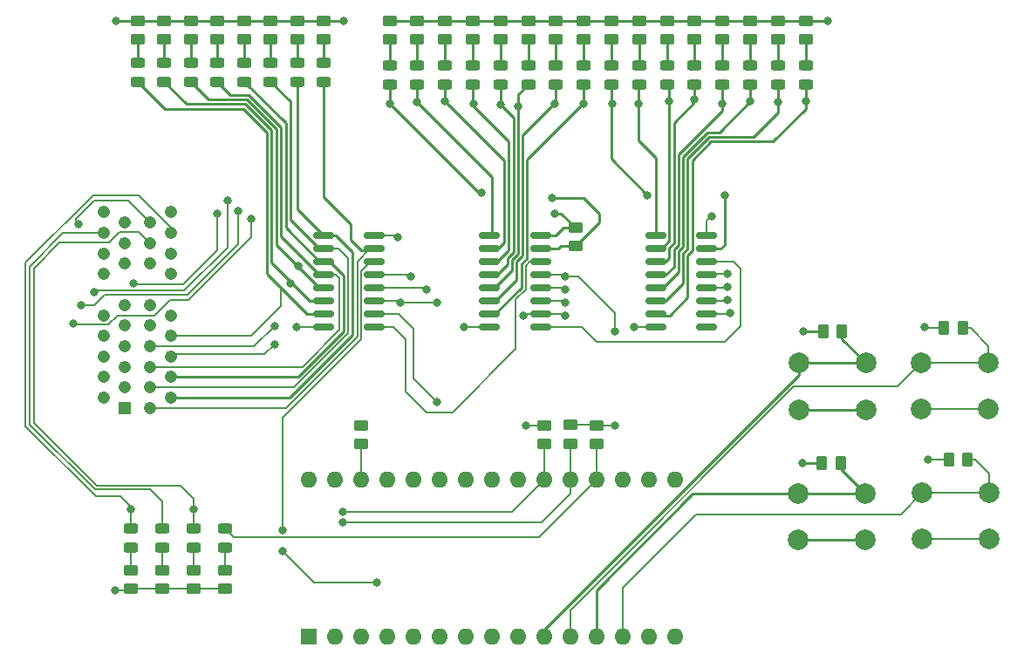
<source format=gbr>
%TF.GenerationSoftware,KiCad,Pcbnew,(6.0.0-0)*%
%TF.CreationDate,2022-01-13T01:42:19-05:00*%
%TF.ProjectId,ROM-Cartridge-programmer,524f4d2d-4361-4727-9472-696467652d70,rev?*%
%TF.SameCoordinates,Original*%
%TF.FileFunction,Copper,L1,Top*%
%TF.FilePolarity,Positive*%
%FSLAX46Y46*%
G04 Gerber Fmt 4.6, Leading zero omitted, Abs format (unit mm)*
G04 Created by KiCad (PCBNEW (6.0.0-0)) date 2022-01-13 01:42:19*
%MOMM*%
%LPD*%
G01*
G04 APERTURE LIST*
G04 Aperture macros list*
%AMRoundRect*
0 Rectangle with rounded corners*
0 $1 Rounding radius*
0 $2 $3 $4 $5 $6 $7 $8 $9 X,Y pos of 4 corners*
0 Add a 4 corners polygon primitive as box body*
4,1,4,$2,$3,$4,$5,$6,$7,$8,$9,$2,$3,0*
0 Add four circle primitives for the rounded corners*
1,1,$1+$1,$2,$3*
1,1,$1+$1,$4,$5*
1,1,$1+$1,$6,$7*
1,1,$1+$1,$8,$9*
0 Add four rect primitives between the rounded corners*
20,1,$1+$1,$2,$3,$4,$5,0*
20,1,$1+$1,$4,$5,$6,$7,0*
20,1,$1+$1,$6,$7,$8,$9,0*
20,1,$1+$1,$8,$9,$2,$3,0*%
G04 Aperture macros list end*
%TA.AperFunction,SMDPad,CuDef*%
%ADD10RoundRect,0.250000X0.450000X-0.262500X0.450000X0.262500X-0.450000X0.262500X-0.450000X-0.262500X0*%
%TD*%
%TA.AperFunction,SMDPad,CuDef*%
%ADD11RoundRect,0.243750X-0.456250X0.243750X-0.456250X-0.243750X0.456250X-0.243750X0.456250X0.243750X0*%
%TD*%
%TA.AperFunction,SMDPad,CuDef*%
%ADD12RoundRect,0.250000X-0.450000X0.262500X-0.450000X-0.262500X0.450000X-0.262500X0.450000X0.262500X0*%
%TD*%
%TA.AperFunction,SMDPad,CuDef*%
%ADD13RoundRect,0.150000X-0.825000X-0.150000X0.825000X-0.150000X0.825000X0.150000X-0.825000X0.150000X0*%
%TD*%
%TA.AperFunction,ComponentPad*%
%ADD14C,2.000000*%
%TD*%
%TA.AperFunction,SMDPad,CuDef*%
%ADD15RoundRect,0.250000X-0.262500X-0.450000X0.262500X-0.450000X0.262500X0.450000X-0.262500X0.450000X0*%
%TD*%
%TA.AperFunction,ComponentPad*%
%ADD16R,1.600000X1.600000*%
%TD*%
%TA.AperFunction,ComponentPad*%
%ADD17O,1.600000X1.600000*%
%TD*%
%TA.AperFunction,SMDPad,CuDef*%
%ADD18RoundRect,0.243750X0.456250X-0.243750X0.456250X0.243750X-0.456250X0.243750X-0.456250X-0.243750X0*%
%TD*%
%TA.AperFunction,ComponentPad*%
%ADD19R,1.208000X1.208000*%
%TD*%
%TA.AperFunction,ComponentPad*%
%ADD20C,1.208000*%
%TD*%
%TA.AperFunction,ViaPad*%
%ADD21C,0.800000*%
%TD*%
%TA.AperFunction,Conductor*%
%ADD22C,0.250000*%
%TD*%
%TA.AperFunction,Conductor*%
%ADD23C,0.200000*%
%TD*%
G04 APERTURE END LIST*
D10*
%TO.P,R4,1*%
%TO.N,/A15*%
X158242000Y-97432500D03*
%TO.P,R4,2*%
%TO.N,VCC*%
X158242000Y-95607500D03*
%TD*%
D11*
%TO.P,D20,1,K*%
%TO.N,Net-(D20-Pad1)*%
X123502055Y-79580500D03*
%TO.P,D20,2,A*%
%TO.N,/D4*%
X123502055Y-81455500D03*
%TD*%
D12*
%TO.P,R15,1*%
%TO.N,GND*%
X153670000Y-75541500D03*
%TO.P,R15,2*%
%TO.N,Net-(D6-Pad1)*%
X153670000Y-77366500D03*
%TD*%
D13*
%TO.P,U1,1,QB*%
%TO.N,/D1*%
X133796000Y-96393000D03*
%TO.P,U1,2,QC*%
%TO.N,/D2*%
X133796000Y-97663000D03*
%TO.P,U1,3,QD*%
%TO.N,/D3*%
X133796000Y-98933000D03*
%TO.P,U1,4,QE*%
%TO.N,/D4*%
X133796000Y-100203000D03*
%TO.P,U1,5,QF*%
%TO.N,/D5*%
X133796000Y-101473000D03*
%TO.P,U1,6,QG*%
%TO.N,/D6*%
X133796000Y-102743000D03*
%TO.P,U1,7,QH*%
%TO.N,/D7*%
X133796000Y-104013000D03*
%TO.P,U1,8,GND*%
%TO.N,GND*%
X133796000Y-105283000D03*
%TO.P,U1,9,QH'*%
%TO.N,Net-(U2-Pad14)*%
X138746000Y-105283000D03*
%TO.P,U1,10,~{SRCLR}*%
%TO.N,/~{RESET}*%
X138746000Y-104013000D03*
%TO.P,U1,11,SRCLK*%
%TO.N,/CLOCK*%
X138746000Y-102743000D03*
%TO.P,U1,12,RCLK*%
%TO.N,/LATCH*%
X138746000Y-101473000D03*
%TO.P,U1,13,~{OE}*%
%TO.N,/~{SR_OE}*%
X138746000Y-100203000D03*
%TO.P,U1,14,SER*%
%TO.N,/DATA*%
X138746000Y-98933000D03*
%TO.P,U1,15,QA*%
%TO.N,/D0*%
X138746000Y-97663000D03*
%TO.P,U1,16,VCC*%
%TO.N,VCC*%
X138746000Y-96393000D03*
%TD*%
D14*
%TO.P,SW1,1,1*%
%TO.N,/TEST*%
X186436000Y-108784000D03*
X179936000Y-108784000D03*
%TO.P,SW1,2,2*%
%TO.N,VCC*%
X179936000Y-113284000D03*
X186436000Y-113284000D03*
%TD*%
D11*
%TO.P,D5,1,K*%
%TO.N,Net-(D5-Pad1)*%
X150977600Y-79834500D03*
%TO.P,D5,2,A*%
%TO.N,/A11*%
X150977600Y-81709500D03*
%TD*%
%TO.P,D11,1,K*%
%TO.N,Net-(D11-Pad1)*%
X167132000Y-79834500D03*
%TO.P,D11,2,A*%
%TO.N,/A5*%
X167132000Y-81709500D03*
%TD*%
%TO.P,D10,1,K*%
%TO.N,Net-(D10-Pad1)*%
X164439600Y-79834500D03*
%TO.P,D10,2,A*%
%TO.N,/A6*%
X164439600Y-81709500D03*
%TD*%
D10*
%TO.P,R37,1*%
%TO.N,GND*%
X118110000Y-130706500D03*
%TO.P,R37,2*%
%TO.N,Net-(D28-Pad1)*%
X118110000Y-128881500D03*
%TD*%
D11*
%TO.P,D19,1,K*%
%TO.N,Net-(D19-Pad1)*%
X120925770Y-79580500D03*
%TO.P,D19,2,A*%
%TO.N,/D5*%
X120925770Y-81455500D03*
%TD*%
D12*
%TO.P,R32,1*%
%TO.N,GND*%
X131230910Y-75541500D03*
%TO.P,R32,2*%
%TO.N,Net-(D23-Pad1)*%
X131230910Y-77366500D03*
%TD*%
D11*
%TO.P,D8,1,K*%
%TO.N,Net-(D8-Pad1)*%
X159054800Y-79834500D03*
%TO.P,D8,2,A*%
%TO.N,/A8*%
X159054800Y-81709500D03*
%TD*%
D12*
%TO.P,R31,1*%
%TO.N,GND*%
X128654625Y-75541500D03*
%TO.P,R31,2*%
%TO.N,Net-(D22-Pad1)*%
X128654625Y-77366500D03*
%TD*%
%TO.P,R27,1*%
%TO.N,GND*%
X118349485Y-75541500D03*
%TO.P,R27,2*%
%TO.N,Net-(D18-Pad1)*%
X118349485Y-77366500D03*
%TD*%
D11*
%TO.P,D7,1,K*%
%TO.N,Net-(D7-Pad1)*%
X156362400Y-79834500D03*
%TO.P,D7,2,A*%
%TO.N,/A9*%
X156362400Y-81709500D03*
%TD*%
D12*
%TO.P,R24,1*%
%TO.N,GND*%
X177901600Y-75541500D03*
%TO.P,R24,2*%
%TO.N,Net-(D15-Pad1)*%
X177901600Y-77366500D03*
%TD*%
%TO.P,R14,1*%
%TO.N,GND*%
X150977600Y-75541500D03*
%TO.P,R14,2*%
%TO.N,Net-(D5-Pad1)*%
X150977600Y-77366500D03*
%TD*%
D11*
%TO.P,D15,1,K*%
%TO.N,Net-(D15-Pad1)*%
X177901600Y-79834500D03*
%TO.P,D15,2,A*%
%TO.N,/A1*%
X177901600Y-81709500D03*
%TD*%
D10*
%TO.P,R34,1*%
%TO.N,GND*%
X124206000Y-130706500D03*
%TO.P,R34,2*%
%TO.N,Net-(D25-Pad1)*%
X124206000Y-128881500D03*
%TD*%
D11*
%TO.P,D16,1,K*%
%TO.N,Net-(D16-Pad1)*%
X180594000Y-79834500D03*
%TO.P,D16,2,A*%
%TO.N,/A0*%
X180594000Y-81709500D03*
%TD*%
%TO.P,D23,1,K*%
%TO.N,Net-(D23-Pad1)*%
X131230910Y-79580500D03*
%TO.P,D23,2,A*%
%TO.N,/D1*%
X131230910Y-81455500D03*
%TD*%
D15*
%TO.P,R9,1*%
%TO.N,GND*%
X194495500Y-118182000D03*
%TO.P,R9,2*%
%TO.N,/PROG*%
X196320500Y-118182000D03*
%TD*%
D16*
%TO.P,A1,1,TX1*%
%TO.N,unconnected-(A1-Pad1)*%
X132334000Y-135372000D03*
D17*
%TO.P,A1,2,RX1*%
%TO.N,unconnected-(A1-Pad2)*%
X134874000Y-135372000D03*
%TO.P,A1,3,~{RESET}*%
%TO.N,Net-(A1-Pad28)*%
X137414000Y-135372000D03*
%TO.P,A1,4,GND*%
%TO.N,GND*%
X139954000Y-135372000D03*
%TO.P,A1,5,D2*%
%TO.N,/DATA*%
X142494000Y-135372000D03*
%TO.P,A1,6,D3*%
%TO.N,/CLOCK*%
X145034000Y-135372000D03*
%TO.P,A1,7,D4*%
%TO.N,/LATCH*%
X147574000Y-135372000D03*
%TO.P,A1,8,D5*%
%TO.N,/~{RESET}*%
X150114000Y-135372000D03*
%TO.P,A1,9,D6*%
%TO.N,/~{SR_OE}*%
X152654000Y-135372000D03*
%TO.P,A1,10,D7*%
%TO.N,/TEST*%
X155194000Y-135372000D03*
%TO.P,A1,11,D8*%
%TO.N,/PROM*%
X157734000Y-135372000D03*
%TO.P,A1,12,D9*%
%TO.N,/PRAM*%
X160274000Y-135372000D03*
%TO.P,A1,13,D10*%
%TO.N,/PROG*%
X162814000Y-135372000D03*
%TO.P,A1,14,MOSI*%
%TO.N,unconnected-(A1-Pad14)*%
X165354000Y-135372000D03*
%TO.P,A1,15,MISO*%
%TO.N,unconnected-(A1-Pad15)*%
X167894000Y-135372000D03*
%TO.P,A1,16,SCK*%
%TO.N,unconnected-(A1-Pad16)*%
X167894000Y-120132000D03*
%TO.P,A1,17,3V3*%
%TO.N,unconnected-(A1-Pad17)*%
X165354000Y-120132000D03*
%TO.P,A1,18,AREF*%
%TO.N,unconnected-(A1-Pad18)*%
X162814000Y-120132000D03*
%TO.P,A1,19,A0*%
%TO.N,/~{WRITE}*%
X160274000Y-120132000D03*
%TO.P,A1,20,A1*%
%TO.N,/~{READ}*%
X157734000Y-120132000D03*
%TO.P,A1,21,A2*%
%TO.N,/~{EN}*%
X155194000Y-120132000D03*
%TO.P,A1,22,A3*%
%TO.N,unconnected-(A1-Pad22)*%
X152654000Y-120132000D03*
%TO.P,A1,23,SDA/A4*%
%TO.N,unconnected-(A1-Pad23)*%
X150114000Y-120132000D03*
%TO.P,A1,24,SCL/A5*%
%TO.N,unconnected-(A1-Pad24)*%
X147574000Y-120132000D03*
%TO.P,A1,25,A6*%
%TO.N,unconnected-(A1-Pad25)*%
X145034000Y-120132000D03*
%TO.P,A1,26,A7*%
%TO.N,unconnected-(A1-Pad26)*%
X142494000Y-120132000D03*
%TO.P,A1,27,+5V*%
%TO.N,VCC*%
X139954000Y-120132000D03*
%TO.P,A1,28,~{RESET}*%
%TO.N,Net-(A1-Pad28)*%
X137414000Y-120132000D03*
%TO.P,A1,29,GND*%
%TO.N,GND*%
X134874000Y-120132000D03*
%TO.P,A1,30,VIN*%
%TO.N,unconnected-(A1-Pad30)*%
X132334000Y-120132000D03*
%TD*%
D12*
%TO.P,R23,1*%
%TO.N,GND*%
X175209200Y-75541500D03*
%TO.P,R23,2*%
%TO.N,Net-(D14-Pad1)*%
X175209200Y-77366500D03*
%TD*%
D11*
%TO.P,D14,1,K*%
%TO.N,Net-(D14-Pad1)*%
X175209200Y-79834500D03*
%TO.P,D14,2,A*%
%TO.N,/A2*%
X175209200Y-81709500D03*
%TD*%
D12*
%TO.P,R33,1*%
%TO.N,GND*%
X133807200Y-75541500D03*
%TO.P,R33,2*%
%TO.N,Net-(D24-Pad1)*%
X133807200Y-77366500D03*
%TD*%
D14*
%TO.P,SW3,1,1*%
%TO.N,/PRAM*%
X179890000Y-121430000D03*
X186390000Y-121430000D03*
%TO.P,SW3,2,2*%
%TO.N,VCC*%
X179890000Y-125930000D03*
X186390000Y-125930000D03*
%TD*%
D11*
%TO.P,D17,1,K*%
%TO.N,Net-(D17-Pad1)*%
X115773200Y-79580500D03*
%TO.P,D17,2,A*%
%TO.N,/D7*%
X115773200Y-81455500D03*
%TD*%
D10*
%TO.P,R2,1*%
%TO.N,/~{READ}*%
X157734000Y-116586000D03*
%TO.P,R2,2*%
%TO.N,VCC*%
X157734000Y-114761000D03*
%TD*%
D11*
%TO.P,D24,1,K*%
%TO.N,Net-(D24-Pad1)*%
X133807200Y-79580500D03*
%TO.P,D24,2,A*%
%TO.N,/D0*%
X133807200Y-81455500D03*
%TD*%
D15*
%TO.P,R6,1*%
%TO.N,GND*%
X182284000Y-105694000D03*
%TO.P,R6,2*%
%TO.N,/TEST*%
X184109000Y-105694000D03*
%TD*%
D18*
%TO.P,D28,1,K*%
%TO.N,Net-(D28-Pad1)*%
X118110000Y-126667500D03*
%TO.P,D28,2,A*%
%TO.N,/A15*%
X118110000Y-124792500D03*
%TD*%
D19*
%TO.P,J1,A01,A01*%
%TO.N,/A0*%
X114486000Y-113132000D03*
D20*
%TO.P,J1,A02,A02*%
%TO.N,/A1*%
X112486000Y-112132000D03*
%TO.P,J1,A03,A03*%
%TO.N,/A2*%
X114486000Y-111132000D03*
%TO.P,J1,A04,A04*%
%TO.N,/A3*%
X112486000Y-110132000D03*
%TO.P,J1,A05,A05*%
%TO.N,/A4*%
X114486000Y-109132000D03*
%TO.P,J1,A06,A06*%
%TO.N,/A5*%
X112486000Y-108132000D03*
%TO.P,J1,A07,A07*%
%TO.N,/A6*%
X114486000Y-107132000D03*
%TO.P,J1,A08,A08*%
%TO.N,/A7*%
X112486000Y-106132000D03*
%TO.P,J1,A09,A09*%
%TO.N,/A8*%
X114486000Y-105132000D03*
%TO.P,J1,A10,A10*%
%TO.N,/A9*%
X112486000Y-104132000D03*
%TO.P,J1,A11,A11*%
%TO.N,/A10*%
X114486000Y-103132000D03*
%TO.P,J1,A12,A12*%
%TO.N,/A11*%
X112486000Y-100132000D03*
%TO.P,J1,A13,A13*%
%TO.N,/A12*%
X114486000Y-99132000D03*
%TO.P,J1,A14,A14*%
%TO.N,/A13*%
X112486000Y-98132000D03*
%TO.P,J1,A15,A15*%
%TO.N,/A14*%
X114486000Y-97132000D03*
%TO.P,J1,A16,A16*%
%TO.N,/A15*%
X112486000Y-96132000D03*
%TO.P,J1,A17,A17*%
%TO.N,unconnected-(J1-PadA17)*%
X114486000Y-95132000D03*
%TO.P,J1,A18,A18*%
%TO.N,unconnected-(J1-PadA18)*%
X112486000Y-94132000D03*
%TO.P,J1,B01,B01*%
%TO.N,/D0*%
X116986000Y-113132000D03*
%TO.P,J1,B02,B02*%
%TO.N,/D1*%
X118986000Y-112132000D03*
%TO.P,J1,B03,B03*%
%TO.N,/D2*%
X116986000Y-111132000D03*
%TO.P,J1,B04,B04*%
%TO.N,/D3*%
X118986000Y-110132000D03*
%TO.P,J1,B05,B05*%
%TO.N,/D4*%
X116986000Y-109132000D03*
%TO.P,J1,B06,B06*%
%TO.N,/D5*%
X118986000Y-108132000D03*
%TO.P,J1,B07,B07*%
%TO.N,/D6*%
X116986000Y-107132000D03*
%TO.P,J1,B08,B08*%
%TO.N,/D7*%
X118986000Y-106132000D03*
%TO.P,J1,B09,B09*%
%TO.N,unconnected-(J1-PadB09)*%
X116986000Y-105132000D03*
%TO.P,J1,B10,B10*%
%TO.N,unconnected-(J1-PadB10)*%
X118986000Y-104132000D03*
%TO.P,J1,B11,B11*%
%TO.N,unconnected-(J1-PadB11)*%
X116986000Y-103132000D03*
%TO.P,J1,B12,B12*%
%TO.N,unconnected-(J1-PadB12)*%
X118986000Y-100132000D03*
%TO.P,J1,B13,B13*%
%TO.N,unconnected-(J1-PadB13)*%
X116986000Y-99132000D03*
%TO.P,J1,B14,B14*%
%TO.N,/~{WE}*%
X118986000Y-98132000D03*
%TO.P,J1,B15,B15*%
%TO.N,/~{READ}*%
X116986000Y-97132000D03*
%TO.P,J1,B16,B16*%
%TO.N,/~{EN}*%
X118986000Y-96132000D03*
%TO.P,J1,B17,B17*%
%TO.N,GND*%
X116986000Y-95132000D03*
%TO.P,J1,B18,B18*%
%TO.N,VCC*%
X118986000Y-94132000D03*
%TD*%
D10*
%TO.P,R5,1*%
%TO.N,Net-(A1-Pad28)*%
X137414000Y-116633000D03*
%TO.P,R5,2*%
%TO.N,VCC*%
X137414000Y-114808000D03*
%TD*%
D11*
%TO.P,D6,1,K*%
%TO.N,Net-(D6-Pad1)*%
X153670000Y-79834500D03*
%TO.P,D6,2,A*%
%TO.N,/A10*%
X153670000Y-81709500D03*
%TD*%
D10*
%TO.P,R3,1*%
%TO.N,/~{WRITE}*%
X160274000Y-116633000D03*
%TO.P,R3,2*%
%TO.N,VCC*%
X160274000Y-114808000D03*
%TD*%
D11*
%TO.P,D1,1,K*%
%TO.N,Net-(D1-Pad1)*%
X140208000Y-79834500D03*
%TO.P,D1,2,A*%
%TO.N,/A15*%
X140208000Y-81709500D03*
%TD*%
D12*
%TO.P,R16,1*%
%TO.N,GND*%
X156362400Y-75541500D03*
%TO.P,R16,2*%
%TO.N,Net-(D7-Pad1)*%
X156362400Y-77366500D03*
%TD*%
D13*
%TO.P,U2,1,QB*%
%TO.N,/A14*%
X149925000Y-96393000D03*
%TO.P,U2,2,QC*%
%TO.N,/A13*%
X149925000Y-97663000D03*
%TO.P,U2,3,QD*%
%TO.N,/A12*%
X149925000Y-98933000D03*
%TO.P,U2,4,QE*%
%TO.N,/A11*%
X149925000Y-100203000D03*
%TO.P,U2,5,QF*%
%TO.N,/A10*%
X149925000Y-101473000D03*
%TO.P,U2,6,QG*%
%TO.N,/A9*%
X149925000Y-102743000D03*
%TO.P,U2,7,QH*%
%TO.N,/A8*%
X149925000Y-104013000D03*
%TO.P,U2,8,GND*%
%TO.N,GND*%
X149925000Y-105283000D03*
%TO.P,U2,9,QH'*%
%TO.N,Net-(U2-Pad9)*%
X154875000Y-105283000D03*
%TO.P,U2,10,~{SRCLR}*%
%TO.N,/~{RESET}*%
X154875000Y-104013000D03*
%TO.P,U2,11,SRCLK*%
%TO.N,/CLOCK*%
X154875000Y-102743000D03*
%TO.P,U2,12,RCLK*%
%TO.N,/LATCH*%
X154875000Y-101473000D03*
%TO.P,U2,13,~{OE}*%
%TO.N,/~{SR_OE}*%
X154875000Y-100203000D03*
%TO.P,U2,14,SER*%
%TO.N,Net-(U2-Pad14)*%
X154875000Y-98933000D03*
%TO.P,U2,15,QA*%
%TO.N,/A15*%
X154875000Y-97663000D03*
%TO.P,U2,16,VCC*%
%TO.N,VCC*%
X154875000Y-96393000D03*
%TD*%
D12*
%TO.P,R29,1*%
%TO.N,GND*%
X123502055Y-75541500D03*
%TO.P,R29,2*%
%TO.N,Net-(D20-Pad1)*%
X123502055Y-77366500D03*
%TD*%
D11*
%TO.P,D9,1,K*%
%TO.N,Net-(D9-Pad1)*%
X161747200Y-79834500D03*
%TO.P,D9,2,A*%
%TO.N,/A7*%
X161747200Y-81709500D03*
%TD*%
D18*
%TO.P,D25,1,K*%
%TO.N,Net-(D25-Pad1)*%
X124206000Y-126667500D03*
%TO.P,D25,2,A*%
%TO.N,/~{WRITE}*%
X124206000Y-124792500D03*
%TD*%
D11*
%TO.P,D18,1,K*%
%TO.N,Net-(D18-Pad1)*%
X118349485Y-79580500D03*
%TO.P,D18,2,A*%
%TO.N,/D6*%
X118349485Y-81455500D03*
%TD*%
%TO.P,D21,1,K*%
%TO.N,Net-(D21-Pad1)*%
X126078340Y-79580500D03*
%TO.P,D21,2,A*%
%TO.N,/D3*%
X126078340Y-81455500D03*
%TD*%
D18*
%TO.P,D27,1,K*%
%TO.N,Net-(D27-Pad1)*%
X115062000Y-126667500D03*
%TO.P,D27,2,A*%
%TO.N,/~{EN}*%
X115062000Y-124792500D03*
%TD*%
D12*
%TO.P,R10,1*%
%TO.N,GND*%
X140208000Y-75541500D03*
%TO.P,R10,2*%
%TO.N,Net-(D1-Pad1)*%
X140208000Y-77366500D03*
%TD*%
D10*
%TO.P,R35,1*%
%TO.N,GND*%
X121158000Y-130706500D03*
%TO.P,R35,2*%
%TO.N,Net-(D26-Pad1)*%
X121158000Y-128881500D03*
%TD*%
D15*
%TO.P,R7,1*%
%TO.N,GND*%
X194015000Y-105392000D03*
%TO.P,R7,2*%
%TO.N,/PROM*%
X195840000Y-105392000D03*
%TD*%
D14*
%TO.P,SW4,1,1*%
%TO.N,/PROG*%
X191926000Y-121358000D03*
X198426000Y-121358000D03*
%TO.P,SW4,2,2*%
%TO.N,VCC*%
X198426000Y-125858000D03*
X191926000Y-125858000D03*
%TD*%
D12*
%TO.P,R22,1*%
%TO.N,GND*%
X172516800Y-75541500D03*
%TO.P,R22,2*%
%TO.N,Net-(D13-Pad1)*%
X172516800Y-77366500D03*
%TD*%
%TO.P,R21,1*%
%TO.N,GND*%
X169824400Y-75541500D03*
%TO.P,R21,2*%
%TO.N,Net-(D12-Pad1)*%
X169824400Y-77366500D03*
%TD*%
D14*
%TO.P,SW2,1,1*%
%TO.N,/PROM*%
X198328000Y-108730000D03*
X191828000Y-108730000D03*
%TO.P,SW2,2,2*%
%TO.N,VCC*%
X198328000Y-113230000D03*
X191828000Y-113230000D03*
%TD*%
D11*
%TO.P,D3,1,K*%
%TO.N,Net-(D3-Pad1)*%
X145592800Y-79834500D03*
%TO.P,D3,2,A*%
%TO.N,/A13*%
X145592800Y-81709500D03*
%TD*%
%TO.P,D12,1,K*%
%TO.N,Net-(D12-Pad1)*%
X169824400Y-79834500D03*
%TO.P,D12,2,A*%
%TO.N,/A4*%
X169824400Y-81709500D03*
%TD*%
D13*
%TO.P,U3,1,QB*%
%TO.N,/A6*%
X166054000Y-96393000D03*
%TO.P,U3,2,QC*%
%TO.N,/A5*%
X166054000Y-97663000D03*
%TO.P,U3,3,QD*%
%TO.N,/A4*%
X166054000Y-98933000D03*
%TO.P,U3,4,QE*%
%TO.N,/A3*%
X166054000Y-100203000D03*
%TO.P,U3,5,QF*%
%TO.N,/A2*%
X166054000Y-101473000D03*
%TO.P,U3,6,QG*%
%TO.N,/A1*%
X166054000Y-102743000D03*
%TO.P,U3,7,QH*%
%TO.N,/A0*%
X166054000Y-104013000D03*
%TO.P,U3,8,GND*%
%TO.N,GND*%
X166054000Y-105283000D03*
%TO.P,U3,9,QH'*%
%TO.N,unconnected-(U3-Pad9)*%
X171004000Y-105283000D03*
%TO.P,U3,10,~{SRCLR}*%
%TO.N,/~{RESET}*%
X171004000Y-104013000D03*
%TO.P,U3,11,SRCLK*%
%TO.N,/CLOCK*%
X171004000Y-102743000D03*
%TO.P,U3,12,RCLK*%
%TO.N,/LATCH*%
X171004000Y-101473000D03*
%TO.P,U3,13,~{OE}*%
%TO.N,/~{SR_OE}*%
X171004000Y-100203000D03*
%TO.P,U3,14,SER*%
%TO.N,Net-(U2-Pad9)*%
X171004000Y-98933000D03*
%TO.P,U3,15,QA*%
%TO.N,/A7*%
X171004000Y-97663000D03*
%TO.P,U3,16,VCC*%
%TO.N,VCC*%
X171004000Y-96393000D03*
%TD*%
D11*
%TO.P,D4,1,K*%
%TO.N,Net-(D4-Pad1)*%
X148285200Y-79834500D03*
%TO.P,D4,2,A*%
%TO.N,/A12*%
X148285200Y-81709500D03*
%TD*%
D12*
%TO.P,R20,1*%
%TO.N,GND*%
X167132000Y-75541500D03*
%TO.P,R20,2*%
%TO.N,Net-(D11-Pad1)*%
X167132000Y-77366500D03*
%TD*%
D11*
%TO.P,D13,1,K*%
%TO.N,Net-(D13-Pad1)*%
X172516800Y-79834500D03*
%TO.P,D13,2,A*%
%TO.N,/A3*%
X172516800Y-81709500D03*
%TD*%
D18*
%TO.P,D26,1,K*%
%TO.N,Net-(D26-Pad1)*%
X121158000Y-126667500D03*
%TO.P,D26,2,A*%
%TO.N,/~{READ}*%
X121158000Y-124792500D03*
%TD*%
D10*
%TO.P,R1,1*%
%TO.N,/~{EN}*%
X155194000Y-116633000D03*
%TO.P,R1,2*%
%TO.N,GND*%
X155194000Y-114808000D03*
%TD*%
%TO.P,R36,1*%
%TO.N,GND*%
X115062000Y-130706500D03*
%TO.P,R36,2*%
%TO.N,Net-(D27-Pad1)*%
X115062000Y-128881500D03*
%TD*%
D15*
%TO.P,R8,1*%
%TO.N,GND*%
X182191000Y-118508000D03*
%TO.P,R8,2*%
%TO.N,/PRAM*%
X184016000Y-118508000D03*
%TD*%
D12*
%TO.P,R19,1*%
%TO.N,GND*%
X164439600Y-75541500D03*
%TO.P,R19,2*%
%TO.N,Net-(D10-Pad1)*%
X164439600Y-77366500D03*
%TD*%
%TO.P,R17,1*%
%TO.N,GND*%
X159054800Y-75541500D03*
%TO.P,R17,2*%
%TO.N,Net-(D8-Pad1)*%
X159054800Y-77366500D03*
%TD*%
%TO.P,R26,1*%
%TO.N,GND*%
X115773200Y-75541500D03*
%TO.P,R26,2*%
%TO.N,Net-(D17-Pad1)*%
X115773200Y-77366500D03*
%TD*%
%TO.P,R12,1*%
%TO.N,GND*%
X145542000Y-75541500D03*
%TO.P,R12,2*%
%TO.N,Net-(D3-Pad1)*%
X145542000Y-77366500D03*
%TD*%
%TO.P,R30,1*%
%TO.N,GND*%
X126078340Y-75541500D03*
%TO.P,R30,2*%
%TO.N,Net-(D21-Pad1)*%
X126078340Y-77366500D03*
%TD*%
%TO.P,R18,1*%
%TO.N,GND*%
X161747200Y-75541500D03*
%TO.P,R18,2*%
%TO.N,Net-(D9-Pad1)*%
X161747200Y-77366500D03*
%TD*%
%TO.P,R28,1*%
%TO.N,GND*%
X120925770Y-75541500D03*
%TO.P,R28,2*%
%TO.N,Net-(D19-Pad1)*%
X120925770Y-77366500D03*
%TD*%
%TO.P,R11,1*%
%TO.N,GND*%
X142900400Y-75541500D03*
%TO.P,R11,2*%
%TO.N,Net-(D2-Pad1)*%
X142900400Y-77366500D03*
%TD*%
%TO.P,R25,1*%
%TO.N,GND*%
X180594000Y-75541500D03*
%TO.P,R25,2*%
%TO.N,Net-(D16-Pad1)*%
X180594000Y-77366500D03*
%TD*%
%TO.P,R13,1*%
%TO.N,GND*%
X148285200Y-75541500D03*
%TO.P,R13,2*%
%TO.N,Net-(D4-Pad1)*%
X148285200Y-77366500D03*
%TD*%
D11*
%TO.P,D22,1,K*%
%TO.N,Net-(D22-Pad1)*%
X128654625Y-79580500D03*
%TO.P,D22,2,A*%
%TO.N,/D2*%
X128654625Y-81455500D03*
%TD*%
%TO.P,D2,1,K*%
%TO.N,Net-(D2-Pad1)*%
X142900400Y-79834500D03*
%TO.P,D2,2,A*%
%TO.N,/A14*%
X142900400Y-81709500D03*
%TD*%
D21*
%TO.N,/A14*%
X142900400Y-83464400D03*
%TO.N,/A12*%
X148336000Y-83566000D03*
%TO.N,/A7*%
X161798000Y-83566000D03*
X165229876Y-92456000D03*
X172720000Y-92456000D03*
%TO.N,/A6*%
X164338000Y-83566000D03*
%TO.N,/A5*%
X115326900Y-101008989D03*
X167353520Y-83344480D03*
X123444000Y-94234000D03*
%TO.N,/A4*%
X169824400Y-83210400D03*
X111506000Y-101854000D03*
X124460000Y-92964000D03*
%TO.N,/A3*%
X110236000Y-103124000D03*
X172466000Y-83566000D03*
X125476000Y-93980000D03*
%TO.N,/A2*%
X175209200Y-83362800D03*
X126746000Y-94742000D03*
X109474000Y-104902000D03*
%TO.N,/A1*%
X177901600Y-83464400D03*
%TO.N,/A0*%
X180594000Y-83312000D03*
%TO.N,GND*%
X153416000Y-114808000D03*
X135739500Y-75541500D03*
X192186000Y-105302000D03*
X163957000Y-105283000D03*
X180378000Y-105694000D03*
X180272000Y-118508000D03*
X109982000Y-95250000D03*
X147447000Y-105283000D03*
X113688500Y-75541500D03*
X131191000Y-105283000D03*
X182776500Y-75541500D03*
X113538000Y-130810000D03*
X192520000Y-118182000D03*
%TO.N,/D5*%
X131318000Y-99314000D03*
X129032000Y-106934000D03*
%TO.N,/D6*%
X129032000Y-105156000D03*
X130618500Y-101026519D03*
%TO.N,/A10*%
X152654000Y-83820000D03*
%TO.N,/~{READ}*%
X135636000Y-124206000D03*
X121158000Y-122936000D03*
%TO.N,/A11*%
X150977600Y-83718400D03*
%TO.N,/A9*%
X156210000Y-83566000D03*
%TO.N,/A8*%
X159004000Y-83566000D03*
%TO.N,/A13*%
X145592800Y-83362800D03*
%TO.N,VCC*%
X162052000Y-114808000D03*
X156210000Y-94234000D03*
X171450000Y-94488000D03*
X140970000Y-96520000D03*
%TO.N,/~{EN}*%
X115062000Y-122936000D03*
X135660503Y-123206798D03*
%TO.N,/A15*%
X149098000Y-92202000D03*
X140208000Y-83566000D03*
X155956000Y-92710000D03*
%TO.N,/DATA*%
X138938000Y-130048000D03*
X129794000Y-124968000D03*
X129794000Y-127000000D03*
%TO.N,/CLOCK*%
X157226000Y-102870000D03*
X144780000Y-102870000D03*
X172974000Y-102616000D03*
X141224000Y-102870000D03*
%TO.N,/LATCH*%
X143764000Y-101600000D03*
X172974000Y-101346000D03*
X157226000Y-101600000D03*
%TO.N,/~{RESET}*%
X144780000Y-112522000D03*
X157226000Y-104140000D03*
X173228000Y-103886000D03*
X153162000Y-104140000D03*
%TO.N,/~{SR_OE}*%
X162052000Y-105664000D03*
X172974000Y-100076000D03*
X157226000Y-100330000D03*
X142240000Y-100330000D03*
%TD*%
D22*
%TO.N,/A14*%
X150186347Y-90750347D02*
X150186347Y-96131653D01*
X142900400Y-81709500D02*
X142900400Y-83464400D01*
X150186347Y-96131653D02*
X149925000Y-96393000D01*
X142900400Y-83464400D02*
X150186347Y-90750347D01*
%TO.N,/A12*%
X148285200Y-81709500D02*
X148285200Y-83769200D01*
X151777436Y-87261436D02*
X151777436Y-97809399D01*
X148285200Y-83769200D02*
X151777436Y-87261436D01*
X150653835Y-98933000D02*
X149925000Y-98933000D01*
X151777436Y-97809399D02*
X150653835Y-98933000D01*
%TO.N,/A7*%
X172339000Y-97663000D02*
X172720000Y-97282000D01*
X161747200Y-81709500D02*
X161747200Y-88973324D01*
X172720000Y-97282000D02*
X172720000Y-92456000D01*
X171004000Y-97663000D02*
X172339000Y-97663000D01*
X161747200Y-88973324D02*
X165229876Y-92456000D01*
%TO.N,/A6*%
X166054000Y-96393000D02*
X166054000Y-88838000D01*
X166054000Y-88838000D02*
X164338000Y-87122000D01*
X164338000Y-81811100D02*
X164439600Y-81709500D01*
X164338000Y-87122000D02*
X164338000Y-81811100D01*
%TO.N,/A5*%
X166620480Y-97663000D02*
X166054000Y-97663000D01*
X167353520Y-96929960D02*
X166620480Y-97663000D01*
X167132000Y-81709500D02*
X167353520Y-81931020D01*
D23*
X115409911Y-101092000D02*
X115326900Y-101008989D01*
X123444000Y-97790000D02*
X120142000Y-101092000D01*
D22*
X167353520Y-81931020D02*
X167353520Y-96929960D01*
D23*
X123444000Y-94234000D02*
X123444000Y-97790000D01*
X120142000Y-101092000D02*
X115409911Y-101092000D01*
D22*
%TO.N,/A4*%
X167005000Y-98933000D02*
X166054000Y-98933000D01*
X169824400Y-81709500D02*
X169824400Y-83413600D01*
X167353521Y-98584479D02*
X167005000Y-98933000D01*
X169824400Y-83413600D02*
X167803030Y-85434970D01*
D23*
X111651511Y-101708489D02*
X120287511Y-101708489D01*
D22*
X167353521Y-97565663D02*
X167353521Y-98584479D01*
D23*
X120287511Y-101708489D02*
X124460000Y-97536000D01*
D22*
X167803030Y-97116154D02*
X167353521Y-97565663D01*
X167803030Y-85434970D02*
X167803030Y-97116154D01*
D23*
X111506000Y-101854000D02*
X111651511Y-101708489D01*
X124460000Y-97536000D02*
X124460000Y-92964000D01*
D22*
%TO.N,/A3*%
X167005000Y-100203000D02*
X166054000Y-100203000D01*
D23*
X112522000Y-102108000D02*
X120593006Y-102108000D01*
X125476000Y-97225006D02*
X125476000Y-93980000D01*
X120593006Y-102108000D02*
X125476000Y-97225006D01*
D22*
X167803033Y-97751855D02*
X167803032Y-99404968D01*
X168252541Y-88541459D02*
X168252541Y-97302347D01*
X172516800Y-84277200D02*
X168252541Y-88541459D01*
X172516800Y-81709500D02*
X172516800Y-84277200D01*
X167803032Y-99404968D02*
X167005000Y-100203000D01*
D23*
X110236000Y-103124000D02*
X111506000Y-103124000D01*
X111506000Y-103124000D02*
X112522000Y-102108000D01*
D22*
X168252541Y-97302347D02*
X167803033Y-97751855D01*
D23*
%TO.N,/A2*%
X120650000Y-102616000D02*
X121666000Y-101600000D01*
X121666000Y-101600000D02*
X126746000Y-96520000D01*
D22*
X168252543Y-99591161D02*
X168252544Y-97938048D01*
D23*
X112896489Y-105035511D02*
X113792000Y-104140000D01*
D22*
X171069704Y-86360000D02*
X172212000Y-86360000D01*
D23*
X120396000Y-102616000D02*
X120650000Y-102616000D01*
D22*
X168702054Y-88727650D02*
X171069704Y-86360000D01*
X168252544Y-97938048D02*
X168702052Y-97488540D01*
D23*
X126746000Y-94996000D02*
X126746000Y-94742000D01*
X109607511Y-105035511D02*
X112896489Y-105035511D01*
X113792000Y-104140000D02*
X114808000Y-104140000D01*
X118872000Y-102616000D02*
X120396000Y-102616000D01*
X118110000Y-103378000D02*
X118872000Y-102616000D01*
D22*
X168702052Y-97488540D02*
X168702054Y-88727650D01*
D23*
X126746000Y-96520000D02*
X126746000Y-94996000D01*
X114808000Y-104140000D02*
X117348000Y-104140000D01*
X117348000Y-104140000D02*
X118110000Y-103378000D01*
D22*
X172212000Y-86360000D02*
X175209200Y-83362800D01*
X175209200Y-83362800D02*
X175209200Y-81709500D01*
X168252542Y-99937994D02*
X168252543Y-99591161D01*
D23*
X109474000Y-104902000D02*
X109607511Y-105035511D01*
D22*
X166717536Y-101473000D02*
X168252542Y-99937994D01*
X166054000Y-101473000D02*
X166717536Y-101473000D01*
%TO.N,/A1*%
X175572489Y-86809511D02*
X177901600Y-84480400D01*
X169151564Y-88913844D02*
X171255897Y-86809511D01*
X168702053Y-101045947D02*
X168702054Y-98124242D01*
X169151563Y-97674733D02*
X169151564Y-88913844D01*
X167005000Y-102743000D02*
X168702053Y-101045947D01*
X177901600Y-84480400D02*
X177901600Y-83464400D01*
X177901600Y-83464400D02*
X177901600Y-81709500D01*
X166054000Y-102743000D02*
X167005000Y-102743000D01*
X171255897Y-86809511D02*
X175572489Y-86809511D01*
X168702054Y-98124242D02*
X169151563Y-97674733D01*
%TO.N,/A0*%
X180594000Y-81709500D02*
X180594000Y-84074000D01*
X169151565Y-98310435D02*
X169151564Y-102374436D01*
X169151564Y-102374436D02*
X167386000Y-104140000D01*
X180594000Y-84074000D02*
X177408978Y-87259022D01*
X166181000Y-104140000D02*
X166054000Y-104013000D01*
X177408978Y-87259022D02*
X171442090Y-87259022D01*
X169601074Y-97860926D02*
X169151565Y-98310435D01*
X167386000Y-104140000D02*
X166181000Y-104140000D01*
X169601075Y-89100037D02*
X169601074Y-97860926D01*
X171442090Y-87259022D02*
X169601075Y-89100037D01*
%TO.N,/D0*%
X133807200Y-92659200D02*
X136398000Y-95250000D01*
X136398000Y-95250000D02*
X136398000Y-96774000D01*
X137414000Y-97790000D02*
X138619000Y-97790000D01*
X136398000Y-96774000D02*
X137414000Y-97790000D01*
X133807200Y-81455500D02*
X133807200Y-92659200D01*
D23*
X130143006Y-113132000D02*
X137071969Y-106203037D01*
X137071969Y-106203037D02*
X137071969Y-98894031D01*
X138303000Y-97663000D02*
X138746000Y-97663000D01*
D22*
X138619000Y-97790000D02*
X138746000Y-97663000D01*
D23*
X137071969Y-98894031D02*
X138303000Y-97663000D01*
X116986000Y-113132000D02*
X130143006Y-113132000D01*
D22*
%TO.N,/D1*%
X136629657Y-98021657D02*
X136629657Y-106045000D01*
X131230910Y-81455500D02*
X131230910Y-93827910D01*
X133796000Y-96393000D02*
X135001000Y-96393000D01*
X136629657Y-106045000D02*
X130542657Y-112132000D01*
X131230910Y-93827910D02*
X133796000Y-96393000D01*
X135001000Y-96393000D02*
X136629657Y-98021657D01*
X130542657Y-112132000D02*
X118986000Y-112132000D01*
D23*
%TO.N,/D2*%
X135255000Y-97663000D02*
X133796000Y-97663000D01*
X136165468Y-98573468D02*
X135255000Y-97663000D01*
D22*
X128654625Y-81455500D02*
X130576044Y-83376919D01*
X133419928Y-97663000D02*
X133796000Y-97663000D01*
X130576044Y-94819116D02*
X133419928Y-97663000D01*
D23*
X136165468Y-105908839D02*
X136165468Y-98573468D01*
X116986000Y-111132000D02*
X130942307Y-111132000D01*
D22*
X130576044Y-83376919D02*
X130576044Y-94819116D01*
D23*
X130942307Y-111132000D02*
X136165468Y-105908839D01*
%TO.N,GND*%
X194495500Y-118182000D02*
X192520000Y-118182000D01*
X149925000Y-105283000D02*
X147447000Y-105283000D01*
X114958500Y-130810000D02*
X113284000Y-130810000D01*
X113284000Y-130810000D02*
X113538000Y-130810000D01*
D22*
X115773200Y-75541500D02*
X113688500Y-75541500D01*
D23*
X116986000Y-95132000D02*
X114818000Y-92964000D01*
X166054000Y-105283000D02*
X163957000Y-105283000D01*
X109728000Y-95250000D02*
X109982000Y-95250000D01*
D22*
X115773200Y-75541500D02*
X133807200Y-75541500D01*
X180594000Y-75541500D02*
X182776500Y-75541500D01*
D23*
X114818000Y-92964000D02*
X114046000Y-92964000D01*
D22*
X140208000Y-75541500D02*
X180594000Y-75541500D01*
X182284000Y-105694000D02*
X180378000Y-105694000D01*
X182191000Y-118508000D02*
X180272000Y-118508000D01*
D23*
X155194000Y-114808000D02*
X153416000Y-114808000D01*
X115062000Y-130706500D02*
X124206000Y-130706500D01*
X115062000Y-130706500D02*
X114958500Y-130810000D01*
X194015000Y-105392000D02*
X192276000Y-105392000D01*
X109728000Y-94742000D02*
X109728000Y-95250000D01*
X111506000Y-92964000D02*
X109728000Y-94742000D01*
D22*
X133807200Y-75541500D02*
X135739500Y-75541500D01*
D23*
X114046000Y-92964000D02*
X111506000Y-92964000D01*
X133796000Y-105283000D02*
X131191000Y-105283000D01*
X192276000Y-105392000D02*
X192186000Y-105302000D01*
D22*
%TO.N,/D3*%
X133796000Y-98933000D02*
X134412958Y-98933000D01*
X130126533Y-85503693D02*
X126078340Y-81455500D01*
X135740957Y-100260999D02*
X135740957Y-105733000D01*
X131341957Y-110132000D02*
X118986000Y-110132000D01*
X135740957Y-105733000D02*
X131341957Y-110132000D01*
X133796000Y-98933000D02*
X133419928Y-98933000D01*
X133419928Y-98933000D02*
X130126533Y-95639605D01*
X134412958Y-98933000D02*
X135740957Y-100260999D01*
X130126533Y-95639605D02*
X130126533Y-85503693D01*
%TO.N,/D4*%
X129677022Y-96460094D02*
X129677021Y-85859909D01*
D23*
X135316445Y-105557163D02*
X135316445Y-100518445D01*
D22*
X133796000Y-100203000D02*
X133419928Y-100203000D01*
X129677021Y-85859909D02*
X126542578Y-82725467D01*
X133419928Y-100203000D02*
X129677022Y-96460094D01*
D23*
X135001000Y-100203000D02*
X133796000Y-100203000D01*
X116986000Y-109132000D02*
X131741609Y-109132000D01*
D22*
X124772023Y-82725468D02*
X123502055Y-81455500D01*
X126542578Y-82725467D02*
X124772023Y-82725468D01*
D23*
X135316445Y-100518445D02*
X135001000Y-100203000D01*
X131741609Y-109132000D02*
X135316445Y-105557163D01*
%TO.N,/D5*%
X118986000Y-108132000D02*
X119233555Y-107884445D01*
D22*
X122645248Y-83174978D02*
X120925770Y-81455500D01*
X126356386Y-83174978D02*
X122645248Y-83174978D01*
X129227511Y-97280583D02*
X129227511Y-86046103D01*
X133796000Y-101473000D02*
X133419928Y-101473000D01*
X129227511Y-86046103D02*
X126356386Y-83174978D01*
D23*
X128081555Y-107884445D02*
X129032000Y-106934000D01*
X119233555Y-107884445D02*
X128081555Y-107884445D01*
D22*
X133419928Y-101473000D02*
X129227511Y-97280583D01*
%TO.N,/D6*%
X126170193Y-83624489D02*
X120518474Y-83624489D01*
D23*
X116986000Y-107132000D02*
X127056000Y-107132000D01*
D22*
X120518474Y-83624489D02*
X118349485Y-81455500D01*
X133796000Y-102743000D02*
X132461000Y-102743000D01*
X128719510Y-99001510D02*
X128719510Y-86173806D01*
X132461000Y-102743000D02*
X128719510Y-99001510D01*
X128719510Y-86173806D02*
X126170193Y-83624489D01*
D23*
X127056000Y-107132000D02*
X129032000Y-105156000D01*
D22*
%TO.N,/D7*%
X132207000Y-104013000D02*
X129667000Y-101473000D01*
X128270000Y-100076000D02*
X128270000Y-86360000D01*
D23*
X126786000Y-106132000D02*
X129667000Y-103251000D01*
X118986000Y-106132000D02*
X126786000Y-106132000D01*
X129667000Y-103251000D02*
X129667000Y-101473000D01*
D22*
X118391700Y-84074000D02*
X115773200Y-81455500D01*
X133796000Y-104013000D02*
X132207000Y-104013000D01*
X128270000Y-86360000D02*
X125984000Y-84074000D01*
X129667000Y-101473000D02*
X128270000Y-100076000D01*
X125984000Y-84074000D02*
X118391700Y-84074000D01*
%TO.N,/A10*%
X152092467Y-98765776D02*
X152676458Y-98181785D01*
X152092467Y-99781773D02*
X152092467Y-98765776D01*
X150401240Y-101473000D02*
X152092467Y-99781773D01*
X152676458Y-98181785D02*
X152676458Y-82703042D01*
X149925000Y-101473000D02*
X150401240Y-101473000D01*
X152676458Y-82703042D02*
X153670000Y-81709500D01*
D23*
%TO.N,/~{READ}*%
X157734000Y-121412000D02*
X154940000Y-124206000D01*
X111760000Y-120650000D02*
X105664000Y-114554000D01*
X121158000Y-121920000D02*
X119888000Y-120650000D01*
X113022489Y-97035511D02*
X114022489Y-96035511D01*
X157734000Y-120132000D02*
X157734000Y-121412000D01*
X115889511Y-96035511D02*
X116986000Y-97132000D01*
X121158000Y-124792500D02*
X121158000Y-122936000D01*
X121158000Y-122936000D02*
X121158000Y-121920000D01*
X105664000Y-114554000D02*
X105664000Y-99568000D01*
X114022489Y-96035511D02*
X115889511Y-96035511D01*
X105664000Y-99568000D02*
X108196489Y-97035511D01*
X154940000Y-124206000D02*
X135636000Y-124206000D01*
X157734000Y-120132000D02*
X157734000Y-116586000D01*
X119888000Y-120650000D02*
X111760000Y-120650000D01*
X108196489Y-97035511D02*
X113022489Y-97035511D01*
D22*
%TO.N,/A11*%
X152226947Y-84967747D02*
X150977600Y-83718400D01*
X150977600Y-83718400D02*
X150977600Y-81709500D01*
X149925000Y-100203000D02*
X150621296Y-100203000D01*
X151642957Y-98579582D02*
X152226947Y-97995592D01*
X152226947Y-97995592D02*
X152226947Y-84967747D01*
X150621296Y-100203000D02*
X151642956Y-99181340D01*
X151642956Y-99181340D02*
X151642957Y-98579582D01*
%TO.N,/A9*%
X153125969Y-86650031D02*
X153125968Y-98367979D01*
X153125968Y-98367979D02*
X152541978Y-98951969D01*
X156362400Y-81709500D02*
X156362400Y-83413600D01*
X152541978Y-98951969D02*
X152541978Y-100729969D01*
X156362400Y-83413600D02*
X153125969Y-86650031D01*
X152541978Y-100729969D02*
X150528947Y-102743000D01*
X150528947Y-102743000D02*
X149925000Y-102743000D01*
%TO.N,/A8*%
X150402651Y-104013000D02*
X152991489Y-101424162D01*
X153575479Y-88994521D02*
X159054800Y-83515200D01*
X159054800Y-83515200D02*
X159054800Y-81709500D01*
X152991489Y-99138161D02*
X153575479Y-98554171D01*
X153575479Y-98554171D02*
X153575479Y-88994521D01*
X149925000Y-104013000D02*
X150402651Y-104013000D01*
X152991489Y-101424162D02*
X152991489Y-99138161D01*
%TO.N,/A13*%
X151327926Y-97084074D02*
X151327926Y-89097926D01*
X151327926Y-89097926D02*
X145592800Y-83362800D01*
X149925000Y-97663000D02*
X150749000Y-97663000D01*
X145592800Y-83362800D02*
X145592800Y-81709500D01*
X150749000Y-97663000D02*
X151327926Y-97084074D01*
D23*
%TO.N,VCC*%
X191926000Y-125858000D02*
X198426000Y-125858000D01*
D22*
X156337000Y-96393000D02*
X154875000Y-96393000D01*
X156868500Y-94234000D02*
X156210000Y-94234000D01*
X186390000Y-125930000D02*
X179890000Y-125930000D01*
D23*
X138746000Y-96393000D02*
X140843000Y-96393000D01*
X140843000Y-96393000D02*
X140970000Y-96520000D01*
X171004000Y-94934000D02*
X171450000Y-94488000D01*
D22*
X158242000Y-95607500D02*
X157122500Y-95607500D01*
D23*
X191828000Y-113230000D02*
X198328000Y-113230000D01*
D22*
X158242000Y-95607500D02*
X156868500Y-94234000D01*
D23*
X157734000Y-114761000D02*
X160227000Y-114761000D01*
D22*
X179936000Y-113284000D02*
X186436000Y-113284000D01*
D23*
X160274000Y-114808000D02*
X162052000Y-114808000D01*
D22*
X157122500Y-95607500D02*
X156337000Y-96393000D01*
D23*
X171004000Y-96393000D02*
X171004000Y-94934000D01*
X160227000Y-114761000D02*
X160274000Y-114808000D01*
%TO.N,/~{EN}*%
X118986000Y-96132000D02*
X118986000Y-95618000D01*
X155194000Y-116633000D02*
X155194000Y-120132000D01*
X114102994Y-121722994D02*
X115062000Y-122682000D01*
X115062000Y-122936000D02*
X115062000Y-124792500D01*
X118986000Y-95618000D02*
X115824000Y-92456000D01*
X152119202Y-123206798D02*
X135660503Y-123206798D01*
X111703006Y-121722994D02*
X114102994Y-121722994D01*
X115062000Y-122682000D02*
X115062000Y-122936000D01*
X104864979Y-99040027D02*
X104864979Y-114884966D01*
X155194000Y-120132000D02*
X152119202Y-123206798D01*
X111449006Y-92456000D02*
X104864979Y-99040027D01*
X104864979Y-114884966D02*
X111703006Y-121722994D01*
X115824000Y-92456000D02*
X111449006Y-92456000D01*
D22*
%TO.N,/A15*%
X140208000Y-81709500D02*
X140208000Y-83566000D01*
D23*
X116946261Y-121049511D02*
X111594517Y-121049511D01*
D22*
X148844000Y-92202000D02*
X149098000Y-92202000D01*
X156591000Y-97663000D02*
X154875000Y-97663000D01*
D23*
X108535006Y-96132000D02*
X112486000Y-96132000D01*
X111594517Y-121049511D02*
X105264489Y-114719482D01*
D22*
X160528000Y-94234000D02*
X159004000Y-92710000D01*
X160528000Y-95146500D02*
X160528000Y-94234000D01*
D23*
X118110000Y-122936000D02*
X118110000Y-122213250D01*
D22*
X140208000Y-83566000D02*
X148844000Y-92202000D01*
X156821500Y-97432500D02*
X156591000Y-97663000D01*
D23*
X105264489Y-99402517D02*
X108535006Y-96132000D01*
X105264489Y-114719482D02*
X105264489Y-99402517D01*
D22*
X159004000Y-92710000D02*
X155956000Y-92710000D01*
D23*
X118110000Y-124792500D02*
X118110000Y-122936000D01*
X118110000Y-122213250D02*
X116946261Y-121049511D01*
D22*
X158242000Y-97432500D02*
X160528000Y-95146500D01*
X158242000Y-97432500D02*
X156821500Y-97432500D01*
D23*
%TO.N,/~{WRITE}*%
X124206000Y-124792500D02*
X125081001Y-125667501D01*
X154738499Y-125667501D02*
X160274000Y-120132000D01*
X160274000Y-120132000D02*
X160274000Y-116633000D01*
X125081001Y-125667501D02*
X154738499Y-125667501D01*
%TO.N,Net-(A1-Pad28)*%
X137414000Y-120132000D02*
X137414000Y-116633000D01*
%TO.N,/DATA*%
X138405283Y-98933000D02*
X137471480Y-99866803D01*
X136652000Y-107188000D02*
X129794000Y-114046000D01*
X132842000Y-130048000D02*
X129794000Y-127000000D01*
X138938000Y-130048000D02*
X132842000Y-130048000D01*
X137471480Y-106368520D02*
X137414000Y-106426000D01*
X137471480Y-99866803D02*
X137471480Y-106368520D01*
X129794000Y-114046000D02*
X129794000Y-120650000D01*
X138746000Y-98933000D02*
X138405283Y-98933000D01*
X129794000Y-120650000D02*
X129794000Y-124968000D01*
X137414000Y-106426000D02*
X136652000Y-107188000D01*
%TO.N,/CLOCK*%
X141224000Y-102870000D02*
X144780000Y-102870000D01*
X171004000Y-102743000D02*
X172847000Y-102743000D01*
X138746000Y-102743000D02*
X141097000Y-102743000D01*
X157099000Y-102743000D02*
X157226000Y-102870000D01*
X154875000Y-102743000D02*
X157099000Y-102743000D01*
X172847000Y-102743000D02*
X172974000Y-102616000D01*
X141097000Y-102743000D02*
X141224000Y-102870000D01*
%TO.N,/LATCH*%
X171004000Y-101473000D02*
X172847000Y-101473000D01*
X143637000Y-101473000D02*
X143764000Y-101600000D01*
X157099000Y-101473000D02*
X157226000Y-101600000D01*
X172847000Y-101473000D02*
X172974000Y-101346000D01*
X154875000Y-101473000D02*
X157099000Y-101473000D01*
X138746000Y-101473000D02*
X143637000Y-101473000D01*
%TO.N,/~{RESET}*%
X144780000Y-112522000D02*
X142494000Y-110236000D01*
X142494000Y-105410000D02*
X141097000Y-104013000D01*
X157226000Y-103886000D02*
X157226000Y-104140000D01*
X142494000Y-110236000D02*
X142494000Y-105410000D01*
X173101000Y-104013000D02*
X173228000Y-103886000D01*
X154875000Y-104013000D02*
X153289000Y-104013000D01*
X141097000Y-104013000D02*
X138746000Y-104013000D01*
X153289000Y-104013000D02*
X153162000Y-104140000D01*
X154875000Y-104013000D02*
X157099000Y-104013000D01*
X171004000Y-104013000D02*
X173101000Y-104013000D01*
X157099000Y-104013000D02*
X157226000Y-103886000D01*
%TO.N,/~{SR_OE}*%
X158496000Y-100330000D02*
X159004000Y-100838000D01*
X154875000Y-100203000D02*
X157099000Y-100203000D01*
X162052000Y-105410000D02*
X162052000Y-105664000D01*
X142113000Y-100203000D02*
X142240000Y-100330000D01*
X138746000Y-100203000D02*
X142113000Y-100203000D01*
X159004000Y-100838000D02*
X162052000Y-103886000D01*
X171131000Y-100076000D02*
X172974000Y-100076000D01*
X171004000Y-100203000D02*
X171131000Y-100076000D01*
X162052000Y-103886000D02*
X162052000Y-105410000D01*
X157226000Y-100330000D02*
X158496000Y-100330000D01*
X157099000Y-100203000D02*
X157226000Y-100330000D01*
%TO.N,Net-(U2-Pad14)*%
X152462499Y-102553501D02*
X153416000Y-101600000D01*
X153416000Y-99314000D02*
X153797000Y-98933000D01*
X141732000Y-111506000D02*
X143764000Y-113538000D01*
X143764000Y-113538000D02*
X146304000Y-113538000D01*
X141732000Y-106426000D02*
X141732000Y-111506000D01*
X138746000Y-105283000D02*
X140589000Y-105283000D01*
X146304000Y-113538000D02*
X152462499Y-107379501D01*
X153797000Y-98933000D02*
X154875000Y-98933000D01*
X153416000Y-101600000D02*
X153416000Y-99314000D01*
X152462499Y-107379501D02*
X152462499Y-102553501D01*
X140589000Y-105283000D02*
X141732000Y-106426000D01*
%TO.N,Net-(U2-Pad9)*%
X174244000Y-99568000D02*
X174244000Y-105156000D01*
X160274000Y-106680000D02*
X158877000Y-105283000D01*
X174244000Y-105156000D02*
X172720000Y-106680000D01*
X171004000Y-98933000D02*
X173609000Y-98933000D01*
X173609000Y-98933000D02*
X174244000Y-99568000D01*
X158877000Y-105283000D02*
X154875000Y-105283000D01*
X172720000Y-106680000D02*
X160274000Y-106680000D01*
D22*
%TO.N,/TEST*%
X155194000Y-134689300D02*
X155194000Y-135372000D01*
X179936000Y-108784000D02*
X186436000Y-108784000D01*
X179936000Y-109947300D02*
X155194000Y-134689300D01*
X179936000Y-108784000D02*
X179936000Y-109947300D01*
X184109000Y-105694000D02*
X184109000Y-106457000D01*
X184109000Y-106457000D02*
X186436000Y-108784000D01*
D23*
%TO.N,/PROM*%
X157734000Y-132749651D02*
X179485651Y-110998000D01*
X157734000Y-135372000D02*
X157734000Y-132749651D01*
X198328000Y-107126000D02*
X196594000Y-105392000D01*
X196594000Y-105392000D02*
X195840000Y-105392000D01*
X198328000Y-108730000D02*
X198328000Y-107126000D01*
X179485651Y-110998000D02*
X189560000Y-110998000D01*
X189560000Y-110998000D02*
X191828000Y-108730000D01*
X191828000Y-108730000D02*
X198328000Y-108730000D01*
D22*
%TO.N,/PRAM*%
X160274000Y-130810000D02*
X160274000Y-135372000D01*
X184016000Y-119056000D02*
X186390000Y-121430000D01*
X184016000Y-118508000D02*
X184016000Y-119056000D01*
X169654000Y-121430000D02*
X160274000Y-130810000D01*
X179890000Y-121430000D02*
X169654000Y-121430000D01*
X179890000Y-121430000D02*
X186390000Y-121430000D01*
D23*
%TO.N,/PROG*%
X162814000Y-135372000D02*
X162814000Y-130556000D01*
X197092000Y-118182000D02*
X198426000Y-119516000D01*
X169926000Y-123444000D02*
X189840000Y-123444000D01*
X198426000Y-121358000D02*
X191926000Y-121358000D01*
X162814000Y-130556000D02*
X169926000Y-123444000D01*
X198426000Y-119516000D02*
X198426000Y-121358000D01*
X196320500Y-118182000D02*
X197092000Y-118182000D01*
X189840000Y-123444000D02*
X191926000Y-121358000D01*
D22*
%TO.N,Net-(D1-Pad1)*%
X140208000Y-77366500D02*
X140208000Y-79834500D01*
%TO.N,Net-(D2-Pad1)*%
X142900400Y-79834500D02*
X142900400Y-77366500D01*
%TO.N,Net-(D3-Pad1)*%
X145542000Y-77366500D02*
X145542000Y-79783700D01*
X145542000Y-79783700D02*
X145592800Y-79834500D01*
%TO.N,Net-(D4-Pad1)*%
X148285200Y-79834500D02*
X148285200Y-77366500D01*
%TO.N,Net-(D5-Pad1)*%
X150977600Y-77366500D02*
X150977600Y-79834500D01*
%TO.N,Net-(D6-Pad1)*%
X153670000Y-79834500D02*
X153670000Y-77366500D01*
%TO.N,Net-(D7-Pad1)*%
X156362400Y-77366500D02*
X156362400Y-79834500D01*
%TO.N,Net-(D8-Pad1)*%
X159054800Y-79834500D02*
X159054800Y-77366500D01*
%TO.N,Net-(D9-Pad1)*%
X161747200Y-77366500D02*
X161747200Y-79834500D01*
%TO.N,Net-(D10-Pad1)*%
X164439600Y-79834500D02*
X164439600Y-77366500D01*
%TO.N,Net-(D11-Pad1)*%
X167132000Y-77366500D02*
X167132000Y-79834500D01*
%TO.N,Net-(D12-Pad1)*%
X169824400Y-77366500D02*
X169824400Y-79834500D01*
%TO.N,Net-(D13-Pad1)*%
X172516800Y-79834500D02*
X172516800Y-77366500D01*
%TO.N,Net-(D14-Pad1)*%
X175209200Y-77366500D02*
X175209200Y-79834500D01*
%TO.N,Net-(D15-Pad1)*%
X177901600Y-79834500D02*
X177901600Y-77366500D01*
%TO.N,Net-(D16-Pad1)*%
X180594000Y-77366500D02*
X180594000Y-79834500D01*
%TO.N,Net-(D17-Pad1)*%
X115773200Y-79580500D02*
X115773200Y-77366500D01*
%TO.N,Net-(D18-Pad1)*%
X118349485Y-77366500D02*
X118349485Y-79580500D01*
%TO.N,Net-(D19-Pad1)*%
X120925770Y-79580500D02*
X120925770Y-77366500D01*
%TO.N,Net-(D20-Pad1)*%
X123502055Y-77366500D02*
X123502055Y-79580500D01*
%TO.N,Net-(D21-Pad1)*%
X126078340Y-79580500D02*
X126078340Y-77366500D01*
%TO.N,Net-(D22-Pad1)*%
X128654625Y-77366500D02*
X128654625Y-79580500D01*
%TO.N,Net-(D23-Pad1)*%
X131230910Y-79580500D02*
X131230910Y-77366500D01*
%TO.N,Net-(D24-Pad1)*%
X133807200Y-79580500D02*
X133807200Y-77366500D01*
D23*
%TO.N,Net-(D25-Pad1)*%
X124206000Y-126667500D02*
X124206000Y-128881500D01*
%TO.N,Net-(D26-Pad1)*%
X121158000Y-128881500D02*
X121158000Y-126667500D01*
%TO.N,Net-(D27-Pad1)*%
X115062000Y-128881500D02*
X115062000Y-126667500D01*
%TO.N,Net-(D28-Pad1)*%
X118110000Y-126667500D02*
X118110000Y-128881500D01*
%TD*%
M02*

</source>
